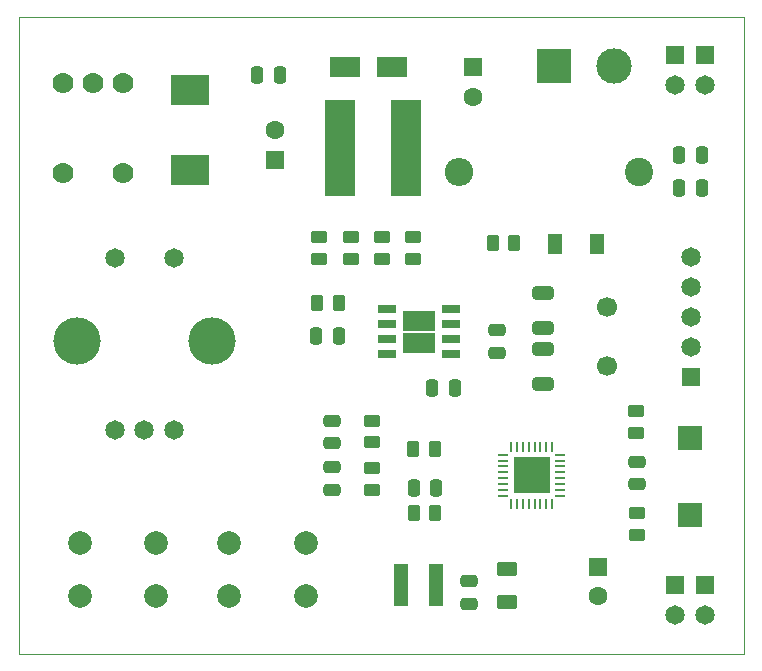
<source format=gts>
%TF.GenerationSoftware,KiCad,Pcbnew,(6.0.1-0)*%
%TF.CreationDate,2022-06-02T12:12:10+03:00*%
%TF.ProjectId,VoltageRegulator,566f6c74-6167-4655-9265-67756c61746f,rev?*%
%TF.SameCoordinates,Original*%
%TF.FileFunction,Soldermask,Top*%
%TF.FilePolarity,Negative*%
%FSLAX46Y46*%
G04 Gerber Fmt 4.6, Leading zero omitted, Abs format (unit mm)*
G04 Created by KiCad (PCBNEW (6.0.1-0)) date 2022-06-02 12:12:10*
%MOMM*%
%LPD*%
G01*
G04 APERTURE LIST*
G04 Aperture macros list*
%AMRoundRect*
0 Rectangle with rounded corners*
0 $1 Rounding radius*
0 $2 $3 $4 $5 $6 $7 $8 $9 X,Y pos of 4 corners*
0 Add a 4 corners polygon primitive as box body*
4,1,4,$2,$3,$4,$5,$6,$7,$8,$9,$2,$3,0*
0 Add four circle primitives for the rounded corners*
1,1,$1+$1,$2,$3*
1,1,$1+$1,$4,$5*
1,1,$1+$1,$6,$7*
1,1,$1+$1,$8,$9*
0 Add four rect primitives between the rounded corners*
20,1,$1+$1,$2,$3,$4,$5,0*
20,1,$1+$1,$4,$5,$6,$7,0*
20,1,$1+$1,$6,$7,$8,$9,0*
20,1,$1+$1,$8,$9,$2,$3,0*%
G04 Aperture macros list end*
%TA.AperFunction,Profile*%
%ADD10C,0.100000*%
%TD*%
%ADD11R,1.650000X1.650000*%
%ADD12C,1.650000*%
%ADD13C,2.400000*%
%ADD14O,2.400000X2.400000*%
%ADD15RoundRect,0.250000X-0.475000X0.250000X-0.475000X-0.250000X0.475000X-0.250000X0.475000X0.250000X0*%
%ADD16RoundRect,0.250000X-0.650000X0.325000X-0.650000X-0.325000X0.650000X-0.325000X0.650000X0.325000X0*%
%ADD17C,2.000000*%
%ADD18R,1.500000X0.650000*%
%ADD19R,1.350000X1.800000*%
%ADD20RoundRect,0.250000X0.262500X0.450000X-0.262500X0.450000X-0.262500X-0.450000X0.262500X-0.450000X0*%
%ADD21R,1.150000X3.600000*%
%ADD22R,1.300000X1.700000*%
%ADD23RoundRect,0.250000X0.250000X0.475000X-0.250000X0.475000X-0.250000X-0.475000X0.250000X-0.475000X0*%
%ADD24RoundRect,0.250000X0.450000X-0.262500X0.450000X0.262500X-0.450000X0.262500X-0.450000X-0.262500X0*%
%ADD25RoundRect,0.250000X-0.450000X0.262500X-0.450000X-0.262500X0.450000X-0.262500X0.450000X0.262500X0*%
%ADD26C,4.000000*%
%ADD27R,2.600000X8.200000*%
%ADD28R,1.600000X1.600000*%
%ADD29C,1.600000*%
%ADD30RoundRect,0.250000X-0.262500X-0.450000X0.262500X-0.450000X0.262500X0.450000X-0.262500X0.450000X0*%
%ADD31R,2.500000X1.800000*%
%ADD32RoundRect,0.062500X-0.062500X0.375000X-0.062500X-0.375000X0.062500X-0.375000X0.062500X0.375000X0*%
%ADD33RoundRect,0.062500X-0.375000X0.062500X-0.375000X-0.062500X0.375000X-0.062500X0.375000X0.062500X0*%
%ADD34R,3.100000X3.100000*%
%ADD35RoundRect,0.250000X-0.250000X-0.475000X0.250000X-0.475000X0.250000X0.475000X-0.250000X0.475000X0*%
%ADD36C,1.700000*%
%ADD37R,3.000000X3.000000*%
%ADD38C,3.000000*%
%ADD39RoundRect,0.250000X0.475000X-0.250000X0.475000X0.250000X-0.475000X0.250000X-0.475000X-0.250000X0*%
%ADD40R,2.000000X2.000000*%
%ADD41R,3.300000X2.500000*%
%ADD42RoundRect,0.250000X0.650000X-0.325000X0.650000X0.325000X-0.650000X0.325000X-0.650000X-0.325000X0*%
%ADD43RoundRect,0.250000X-0.625000X0.375000X-0.625000X-0.375000X0.625000X-0.375000X0.625000X0.375000X0*%
%ADD44C,1.778000*%
G04 APERTURE END LIST*
D10*
X41505308Y-38806895D02*
X-19874692Y-38806895D01*
X-19874692Y-38806895D02*
X-19874692Y15193105D01*
X-19874692Y15193105D02*
X41505308Y15193105D01*
X41505308Y15193105D02*
X41505308Y-38806895D01*
D11*
%TO.C,J7*%
X38205308Y11963105D03*
D12*
X38205308Y9423105D03*
%TD*%
D13*
%TO.C,R10*%
X32646208Y2014805D03*
D14*
X17406208Y2014805D03*
%TD*%
D15*
%TO.C,C23*%
X6639908Y-22971195D03*
X6639908Y-24871195D03*
%TD*%
D16*
%TO.C,C28*%
X24522408Y-8214595D03*
X24522408Y-11164595D03*
%TD*%
D17*
%TO.C,SW2*%
X4466108Y-33891395D03*
X-2033892Y-33891395D03*
X4466108Y-29391395D03*
X-2033892Y-29391395D03*
%TD*%
D18*
%TO.C,IC1*%
X16725708Y-13409595D03*
X16725708Y-12139595D03*
X16725708Y-10869595D03*
X16725708Y-9599595D03*
X11325708Y-9599595D03*
X11325708Y-10869595D03*
X11325708Y-12139595D03*
X11325708Y-13409595D03*
D19*
X14700708Y-12404595D03*
X14700708Y-10604595D03*
X13350708Y-10604595D03*
X13350708Y-12404595D03*
%TD*%
D20*
%TO.C,R22*%
X22062208Y-3996395D03*
X20237208Y-3996395D03*
%TD*%
D21*
%TO.C,L2*%
X12483908Y-32951695D03*
X15433908Y-32951695D03*
%TD*%
D22*
%TO.C,D4*%
X25544208Y-4020095D03*
X29044208Y-4020095D03*
%TD*%
D23*
%TO.C,C15*%
X7234408Y-11838495D03*
X5334408Y-11838495D03*
%TD*%
D15*
%TO.C,C9*%
X20630208Y-11380195D03*
X20630208Y-13280195D03*
%TD*%
D24*
%TO.C,R4*%
X10856608Y-5294895D03*
X10856608Y-3469895D03*
%TD*%
D25*
%TO.C,R6*%
X5587908Y-3469895D03*
X5587908Y-5294895D03*
%TD*%
D11*
%TO.C,J8*%
X38205308Y-32936895D03*
D12*
X38205308Y-35476895D03*
%TD*%
D11*
%TO.C,J1*%
X37037708Y-15337195D03*
D12*
X37037708Y-12797195D03*
X37037708Y-10257195D03*
X37037708Y-7717195D03*
X37037708Y-5177195D03*
%TD*%
%TO.C,SW3*%
X-11754992Y-19773695D03*
X-6754992Y-19773695D03*
X-9254992Y-19773695D03*
D26*
X-14954992Y-12273695D03*
X-3554992Y-12273695D03*
D12*
X-11754992Y-5273695D03*
X-6754992Y-5273695D03*
%TD*%
D27*
%TO.C,L1*%
X12899708Y4047705D03*
X7299708Y4047705D03*
%TD*%
D28*
%TO.C,C31*%
X29177608Y-31386095D03*
D29*
X29177608Y-33886095D03*
%TD*%
D24*
%TO.C,R19*%
X32497108Y-28683795D03*
X32497108Y-26858795D03*
%TD*%
D30*
%TO.C,R11*%
X5391908Y-9020295D03*
X7216908Y-9020295D03*
%TD*%
D15*
%TO.C,C21*%
X18247108Y-32600995D03*
X18247108Y-34500995D03*
%TD*%
D30*
%TO.C,R13*%
X13543408Y-21455695D03*
X15368408Y-21455695D03*
%TD*%
D31*
%TO.C,D1*%
X7715808Y10904305D03*
X11715808Y10904305D03*
%TD*%
D32*
%TO.C,U5*%
X25295008Y-21203795D03*
X24795008Y-21203795D03*
X24295008Y-21203795D03*
X23795008Y-21203795D03*
X23295008Y-21203795D03*
X22795008Y-21203795D03*
X22295008Y-21203795D03*
X21795008Y-21203795D03*
D33*
X21107508Y-21891295D03*
X21107508Y-22391295D03*
X21107508Y-22891295D03*
X21107508Y-23391295D03*
X21107508Y-23891295D03*
X21107508Y-24391295D03*
X21107508Y-24891295D03*
X21107508Y-25391295D03*
D32*
X21795008Y-26078795D03*
X22295008Y-26078795D03*
X22795008Y-26078795D03*
X23295008Y-26078795D03*
X23795008Y-26078795D03*
X24295008Y-26078795D03*
X24795008Y-26078795D03*
X25295008Y-26078795D03*
D33*
X25982508Y-25391295D03*
X25982508Y-24891295D03*
X25982508Y-24391295D03*
X25982508Y-23891295D03*
X25982508Y-23391295D03*
X25982508Y-22891295D03*
X25982508Y-22391295D03*
X25982508Y-21891295D03*
D34*
X23545008Y-23641295D03*
%TD*%
D35*
%TO.C,C14*%
X331926Y10217461D03*
X2231926Y10217461D03*
%TD*%
D17*
%TO.C,SW1*%
X-8216892Y-33891395D03*
X-14716892Y-33891395D03*
X-8216892Y-29391395D03*
X-14716892Y-29391395D03*
%TD*%
D11*
%TO.C,J6*%
X35705308Y-32936895D03*
D12*
X35705308Y-35476895D03*
%TD*%
D36*
%TO.C,Y1*%
X29944108Y-9413695D03*
X29944108Y-14413695D03*
%TD*%
D37*
%TO.C,J4*%
X25485108Y11048805D03*
D38*
X30565108Y11048805D03*
%TD*%
D11*
%TO.C,J5*%
X35705308Y11963105D03*
D12*
X35705308Y9423105D03*
%TD*%
D39*
%TO.C,C25*%
X32457108Y-24400195D03*
X32457108Y-22500195D03*
%TD*%
D25*
%TO.C,R5*%
X8222308Y-3469895D03*
X8222308Y-5294895D03*
%TD*%
D40*
%TO.C,SW4*%
X36955808Y-26975795D03*
X36955808Y-20475795D03*
%TD*%
D25*
%TO.C,R18*%
X32417108Y-18216595D03*
X32417108Y-20041595D03*
%TD*%
D35*
%TO.C,C18*%
X13567808Y-24753595D03*
X15467808Y-24753595D03*
%TD*%
D41*
%TO.C,D2*%
X-5342492Y8993105D03*
X-5342492Y2193105D03*
%TD*%
D25*
%TO.C,R12*%
X10059808Y-23031895D03*
X10059808Y-24856895D03*
%TD*%
%TO.C,R9*%
X10059808Y-19034295D03*
X10059808Y-20859295D03*
%TD*%
D28*
%TO.C,C30*%
X18564708Y10916805D03*
D29*
X18564708Y8416805D03*
%TD*%
D24*
%TO.C,R21*%
X13491008Y-5294895D03*
X13491008Y-3469895D03*
%TD*%
D35*
%TO.C,C5*%
X36046708Y663805D03*
X37946708Y663805D03*
%TD*%
D42*
%TO.C,C27*%
X24527508Y-15901195D03*
X24527508Y-12951195D03*
%TD*%
D28*
%TO.C,C13*%
X1790108Y3078605D03*
D29*
X1790108Y5578605D03*
%TD*%
D43*
%TO.C,C32*%
X21464708Y-31585095D03*
X21464708Y-34385095D03*
%TD*%
D35*
%TO.C,C1*%
X36046708Y3462305D03*
X37946708Y3462305D03*
%TD*%
D15*
%TO.C,C17*%
X6614608Y-19025895D03*
X6614608Y-20925895D03*
%TD*%
D30*
%TO.C,R14*%
X13584608Y-26794095D03*
X15409608Y-26794095D03*
%TD*%
D35*
%TO.C,C16*%
X15141908Y-16266595D03*
X17041908Y-16266595D03*
%TD*%
D44*
%TO.C,S1*%
X-16086592Y1932005D03*
X-11006592Y1932005D03*
X-11006592Y9552005D03*
X-13546592Y9552005D03*
X-16086592Y9552005D03*
%TD*%
M02*

</source>
